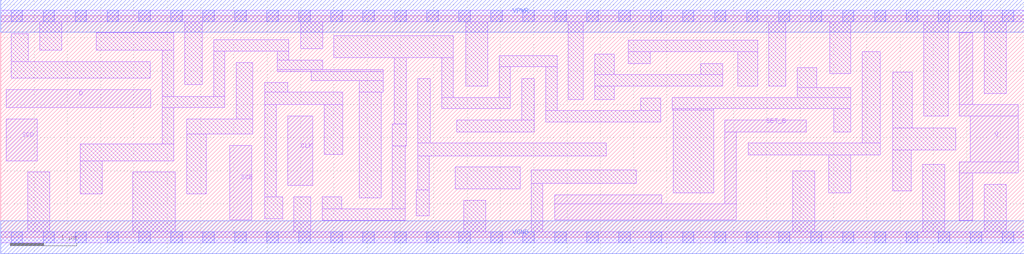
<source format=lef>
# Copyright 2020 The SkyWater PDK Authors
#
# Licensed under the Apache License, Version 2.0 (the "License");
# you may not use this file except in compliance with the License.
# You may obtain a copy of the License at
#
#     https://www.apache.org/licenses/LICENSE-2.0
#
# Unless required by applicable law or agreed to in writing, software
# distributed under the License is distributed on an "AS IS" BASIS,
# WITHOUT WARRANTIES OR CONDITIONS OF ANY KIND, either express or implied.
# See the License for the specific language governing permissions and
# limitations under the License.
#
# SPDX-License-Identifier: Apache-2.0

VERSION 5.7 ;
  NOWIREEXTENSIONATPIN ON ;
  DIVIDERCHAR "/" ;
  BUSBITCHARS "[]" ;
UNITS
  DATABASE MICRONS 200 ;
END UNITS
MACRO sky130_fd_sc_lp__sdfstp_2
  CLASS CORE ;
  FOREIGN sky130_fd_sc_lp__sdfstp_2 ;
  ORIGIN  0.000000  0.000000 ;
  SIZE  15.36000 BY  3.330000 ;
  SYMMETRY X Y R90 ;
  SITE unit ;
  PIN D
    ANTENNAGATEAREA  0.159000 ;
    DIRECTION INPUT ;
    USE SIGNAL ;
    PORT
      LAYER li1 ;
        RECT 0.085000 1.950000 2.255000 2.225000 ;
    END
  END D
  PIN Q
    ANTENNADIFFAREA  0.588000 ;
    DIRECTION OUTPUT ;
    USE SIGNAL ;
    PORT
      LAYER li1 ;
        RECT 14.390000 0.255000 14.590000 0.965000 ;
        RECT 14.390000 0.965000 15.275000 1.135000 ;
        RECT 14.390000 1.825000 15.275000 1.995000 ;
        RECT 14.390000 1.995000 14.590000 3.075000 ;
        RECT 14.555000 1.135000 15.275000 1.825000 ;
    END
  END Q
  PIN SCD
    ANTENNAGATEAREA  0.159000 ;
    DIRECTION INPUT ;
    USE SIGNAL ;
    PORT
      LAYER li1 ;
        RECT 0.085000 1.150000 0.550000 1.780000 ;
    END
  END SCD
  PIN SCE
    ANTENNAGATEAREA  0.318000 ;
    DIRECTION INPUT ;
    USE SIGNAL ;
    PORT
      LAYER li1 ;
        RECT 3.435000 0.265000 3.765000 1.380000 ;
    END
  END SCE
  PIN SET_B
    ANTENNAGATEAREA  0.252000 ;
    DIRECTION INPUT ;
    USE SIGNAL ;
    PORT
      LAYER li1 ;
        RECT  8.315000 0.265000 11.040000 0.500000 ;
        RECT  8.315000 0.500000  9.925000 0.640000 ;
        RECT 10.870000 0.500000 11.040000 1.585000 ;
        RECT 10.870000 1.585000 12.090000 1.765000 ;
    END
  END SET_B
  PIN CLK
    ANTENNAGATEAREA  0.159000 ;
    DIRECTION INPUT ;
    USE CLOCK ;
    PORT
      LAYER li1 ;
        RECT 4.305000 0.780000 4.685000 1.825000 ;
    END
  END CLK
  PIN VGND
    DIRECTION INOUT ;
    USE GROUND ;
    PORT
      LAYER met1 ;
        RECT 0.000000 -0.245000 15.360000 0.245000 ;
    END
  END VGND
  PIN VPWR
    DIRECTION INOUT ;
    USE POWER ;
    PORT
      LAYER met1 ;
        RECT 0.000000 3.085000 15.360000 3.575000 ;
    END
  END VPWR
  OBS
    LAYER li1 ;
      RECT  0.000000 -0.085000 15.360000 0.085000 ;
      RECT  0.000000  3.245000 15.360000 3.415000 ;
      RECT  0.155000  2.395000  2.245000 2.645000 ;
      RECT  0.155000  2.645000  0.415000 3.065000 ;
      RECT  0.405000  0.085000  0.735000 0.980000 ;
      RECT  0.585000  2.815000  0.915000 3.245000 ;
      RECT  1.195000  0.650000  1.525000 1.150000 ;
      RECT  1.195000  1.150000  2.595000 1.405000 ;
      RECT  1.430000  2.815000  2.595000 3.075000 ;
      RECT  1.985000  0.085000  2.620000 0.980000 ;
      RECT  2.425000  1.405000  2.595000 1.950000 ;
      RECT  2.425000  1.950000  3.365000 2.120000 ;
      RECT  2.425000  2.120000  2.595000 2.815000 ;
      RECT  2.765000  2.300000  3.025000 3.245000 ;
      RECT  2.790000  0.650000  3.085000 1.550000 ;
      RECT  2.790000  1.550000  3.785000 1.780000 ;
      RECT  3.195000  2.120000  3.365000 2.800000 ;
      RECT  3.195000  2.800000  4.320000 2.970000 ;
      RECT  3.535000  1.780000  3.785000 2.630000 ;
      RECT  3.965000  0.280000  4.230000 0.610000 ;
      RECT  3.965000  0.610000  4.135000 1.995000 ;
      RECT  3.965000  1.995000  5.135000 2.185000 ;
      RECT  3.965000  2.185000  4.305000 2.325000 ;
      RECT  4.150000  2.495000  5.740000 2.525000 ;
      RECT  4.150000  2.525000  4.830000 2.665000 ;
      RECT  4.150000  2.665000  4.320000 2.800000 ;
      RECT  4.400000  0.085000  4.655000 0.610000 ;
      RECT  4.500000  2.835000  4.830000 3.245000 ;
      RECT  4.660000  2.355000  5.740000 2.495000 ;
      RECT  4.825000  0.255000  6.070000 0.425000 ;
      RECT  4.825000  0.425000  5.120000 0.610000 ;
      RECT  4.855000  1.245000  5.135000 1.995000 ;
      RECT  5.000000  2.705000  6.790000 3.035000 ;
      RECT  5.380000  0.595000  5.710000 2.185000 ;
      RECT  5.380000  2.185000  5.740000 2.355000 ;
      RECT  5.880000  0.425000  6.070000 1.375000 ;
      RECT  5.880000  1.375000  6.090000 1.705000 ;
      RECT  5.910000  1.705000  6.090000 2.705000 ;
      RECT  6.240000  0.325000  6.430000 0.715000 ;
      RECT  6.260000  0.715000  6.430000 1.225000 ;
      RECT  6.260000  1.225000  9.085000 1.415000 ;
      RECT  6.260000  1.415000  6.450000 2.385000 ;
      RECT  6.620000  1.935000  7.650000 2.105000 ;
      RECT  6.620000  2.105000  6.790000 2.705000 ;
      RECT  6.825000  0.725000  7.795000 1.055000 ;
      RECT  6.845000  1.585000  8.010000 1.765000 ;
      RECT  6.950000  0.085000  7.280000 0.555000 ;
      RECT  6.980000  2.275000  7.310000 3.245000 ;
      RECT  7.480000  2.105000  7.650000 2.565000 ;
      RECT  7.480000  2.565000  8.350000 2.735000 ;
      RECT  7.820000  1.765000  8.010000 2.385000 ;
      RECT  7.965000  0.085000  8.135000 0.810000 ;
      RECT  7.965000  0.810000  9.540000 1.010000 ;
      RECT  8.180000  1.735000  9.910000 1.905000 ;
      RECT  8.180000  1.905000  8.350000 2.565000 ;
      RECT  8.520000  2.075000  8.745000 3.245000 ;
      RECT  8.915000  2.075000  9.210000 2.275000 ;
      RECT  8.915000  2.275000 10.840000 2.445000 ;
      RECT  8.915000  2.445000  9.210000 2.755000 ;
      RECT  9.420000  2.615000  9.750000 2.795000 ;
      RECT  9.420000  2.795000 11.360000 2.965000 ;
      RECT  9.610000  1.905000  9.910000 2.095000 ;
      RECT 10.080000  1.915000 10.700000 1.935000 ;
      RECT 10.080000  1.935000 12.760000 2.105000 ;
      RECT 10.095000  0.670000 10.700000 1.915000 ;
      RECT 10.510000  2.445000 10.840000 2.615000 ;
      RECT 11.060000  2.275000 11.360000 2.795000 ;
      RECT 11.220000  1.235000 13.200000 1.415000 ;
      RECT 11.530000  2.275000 11.785000 3.245000 ;
      RECT 11.885000  0.085000 12.215000 0.995000 ;
      RECT 11.955000  2.105000 12.760000 2.255000 ;
      RECT 11.955000  2.255000 12.250000 2.550000 ;
      RECT 12.425000  0.665000 12.755000 1.235000 ;
      RECT 12.440000  2.460000 12.760000 3.245000 ;
      RECT 12.500000  1.585000 12.760000 1.935000 ;
      RECT 12.930000  1.415000 13.200000 2.790000 ;
      RECT 13.390000  0.700000 13.670000 1.315000 ;
      RECT 13.390000  1.315000 14.335000 1.645000 ;
      RECT 13.390000  1.645000 13.685000 2.485000 ;
      RECT 13.840000  0.085000 14.170000 1.095000 ;
      RECT 13.855000  1.825000 14.220000 3.245000 ;
      RECT 14.760000  0.085000 15.090000 0.795000 ;
      RECT 14.760000  2.165000 15.090000 3.245000 ;
    LAYER mcon ;
      RECT  0.155000 -0.085000  0.325000 0.085000 ;
      RECT  0.155000  3.245000  0.325000 3.415000 ;
      RECT  0.635000 -0.085000  0.805000 0.085000 ;
      RECT  0.635000  3.245000  0.805000 3.415000 ;
      RECT  1.115000 -0.085000  1.285000 0.085000 ;
      RECT  1.115000  3.245000  1.285000 3.415000 ;
      RECT  1.595000 -0.085000  1.765000 0.085000 ;
      RECT  1.595000  3.245000  1.765000 3.415000 ;
      RECT  2.075000 -0.085000  2.245000 0.085000 ;
      RECT  2.075000  3.245000  2.245000 3.415000 ;
      RECT  2.555000 -0.085000  2.725000 0.085000 ;
      RECT  2.555000  3.245000  2.725000 3.415000 ;
      RECT  3.035000 -0.085000  3.205000 0.085000 ;
      RECT  3.035000  3.245000  3.205000 3.415000 ;
      RECT  3.515000 -0.085000  3.685000 0.085000 ;
      RECT  3.515000  3.245000  3.685000 3.415000 ;
      RECT  3.995000 -0.085000  4.165000 0.085000 ;
      RECT  3.995000  3.245000  4.165000 3.415000 ;
      RECT  4.475000 -0.085000  4.645000 0.085000 ;
      RECT  4.475000  3.245000  4.645000 3.415000 ;
      RECT  4.955000 -0.085000  5.125000 0.085000 ;
      RECT  4.955000  3.245000  5.125000 3.415000 ;
      RECT  5.435000 -0.085000  5.605000 0.085000 ;
      RECT  5.435000  3.245000  5.605000 3.415000 ;
      RECT  5.915000 -0.085000  6.085000 0.085000 ;
      RECT  5.915000  3.245000  6.085000 3.415000 ;
      RECT  6.395000 -0.085000  6.565000 0.085000 ;
      RECT  6.395000  3.245000  6.565000 3.415000 ;
      RECT  6.875000 -0.085000  7.045000 0.085000 ;
      RECT  6.875000  3.245000  7.045000 3.415000 ;
      RECT  7.355000 -0.085000  7.525000 0.085000 ;
      RECT  7.355000  3.245000  7.525000 3.415000 ;
      RECT  7.835000 -0.085000  8.005000 0.085000 ;
      RECT  7.835000  3.245000  8.005000 3.415000 ;
      RECT  8.315000 -0.085000  8.485000 0.085000 ;
      RECT  8.315000  3.245000  8.485000 3.415000 ;
      RECT  8.795000 -0.085000  8.965000 0.085000 ;
      RECT  8.795000  3.245000  8.965000 3.415000 ;
      RECT  9.275000 -0.085000  9.445000 0.085000 ;
      RECT  9.275000  3.245000  9.445000 3.415000 ;
      RECT  9.755000 -0.085000  9.925000 0.085000 ;
      RECT  9.755000  3.245000  9.925000 3.415000 ;
      RECT 10.235000 -0.085000 10.405000 0.085000 ;
      RECT 10.235000  3.245000 10.405000 3.415000 ;
      RECT 10.715000 -0.085000 10.885000 0.085000 ;
      RECT 10.715000  3.245000 10.885000 3.415000 ;
      RECT 11.195000 -0.085000 11.365000 0.085000 ;
      RECT 11.195000  3.245000 11.365000 3.415000 ;
      RECT 11.675000 -0.085000 11.845000 0.085000 ;
      RECT 11.675000  3.245000 11.845000 3.415000 ;
      RECT 12.155000 -0.085000 12.325000 0.085000 ;
      RECT 12.155000  3.245000 12.325000 3.415000 ;
      RECT 12.635000 -0.085000 12.805000 0.085000 ;
      RECT 12.635000  3.245000 12.805000 3.415000 ;
      RECT 13.115000 -0.085000 13.285000 0.085000 ;
      RECT 13.115000  3.245000 13.285000 3.415000 ;
      RECT 13.595000 -0.085000 13.765000 0.085000 ;
      RECT 13.595000  3.245000 13.765000 3.415000 ;
      RECT 14.075000 -0.085000 14.245000 0.085000 ;
      RECT 14.075000  3.245000 14.245000 3.415000 ;
      RECT 14.555000 -0.085000 14.725000 0.085000 ;
      RECT 14.555000  3.245000 14.725000 3.415000 ;
      RECT 15.035000 -0.085000 15.205000 0.085000 ;
      RECT 15.035000  3.245000 15.205000 3.415000 ;
  END
END sky130_fd_sc_lp__sdfstp_2
END LIBRARY

</source>
